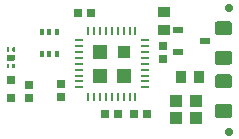
<source format=gtp>
G04 #@! TF.GenerationSoftware,KiCad,Pcbnew,5.0.0-rc3+dfsg1-2*
G04 #@! TF.CreationDate,2018-08-16T13:40:50+09:00*
G04 #@! TF.ProjectId,fst-01,6673742D30312E6B696361645F706362,rev?*
G04 #@! TF.SameCoordinates,PX791ddc0PY5e69114*
G04 #@! TF.FileFunction,Paste,Top*
G04 #@! TF.FilePolarity,Positive*
%FSLAX46Y46*%
G04 Gerber Fmt 4.6, Leading zero omitted, Abs format (unit mm)*
G04 Created by KiCad (PCBNEW 5.0.0-rc3+dfsg1-2) date Thu Aug 16 13:40:50 2018*
%MOMM*%
%LPD*%
G01*
G04 APERTURE LIST*
%ADD10C,0.150000*%
%ADD11C,1.200000*%
%ADD12C,0.700000*%
%ADD13C,0.500000*%
%ADD14C,0.220000*%
%ADD15R,0.900000X0.600000*%
%ADD16R,0.400000X0.500000*%
%ADD17R,1.100000X1.000000*%
%ADD18R,0.700000X0.700000*%
%ADD19R,0.280000X0.750000*%
%ADD20R,0.750000X0.280000*%
%ADD21R,1.200000X1.200000*%
%ADD22R,1.060200X1.060200*%
%ADD23R,0.698500X0.762000*%
%ADD24R,0.899160X1.000760*%
%ADD25R,0.762000X0.698500*%
%ADD26R,1.000760X0.899160*%
G04 APERTURE END LIST*
D10*
G04 #@! TO.C,J1*
G36*
X1229405Y-401445D02*
X1258527Y-405764D01*
X1287085Y-412918D01*
X1314805Y-422836D01*
X1341419Y-435424D01*
X1366671Y-450559D01*
X1390318Y-468097D01*
X1412132Y-487868D01*
X1431903Y-509682D01*
X1449441Y-533329D01*
X1464576Y-558581D01*
X1477164Y-585195D01*
X1487082Y-612915D01*
X1494236Y-641473D01*
X1498555Y-670595D01*
X1500000Y-700000D01*
X1500000Y-1300000D01*
X1498555Y-1329405D01*
X1494236Y-1358527D01*
X1487082Y-1387085D01*
X1477164Y-1414805D01*
X1464576Y-1441419D01*
X1449441Y-1466671D01*
X1431903Y-1490318D01*
X1412132Y-1512132D01*
X1390318Y-1531903D01*
X1366671Y-1549441D01*
X1341419Y-1564576D01*
X1314805Y-1577164D01*
X1287085Y-1587082D01*
X1258527Y-1594236D01*
X1229405Y-1598555D01*
X1200000Y-1600000D01*
X300000Y-1600000D01*
X270595Y-1598555D01*
X241473Y-1594236D01*
X212915Y-1587082D01*
X185195Y-1577164D01*
X158581Y-1564576D01*
X133329Y-1549441D01*
X109682Y-1531903D01*
X87868Y-1512132D01*
X68097Y-1490318D01*
X50559Y-1466671D01*
X35424Y-1441419D01*
X22836Y-1414805D01*
X12918Y-1387085D01*
X5764Y-1358527D01*
X1445Y-1329405D01*
X0Y-1300000D01*
X0Y-700000D01*
X1445Y-670595D01*
X5764Y-641473D01*
X12918Y-612915D01*
X22836Y-585195D01*
X35424Y-558581D01*
X50559Y-533329D01*
X68097Y-509682D01*
X87868Y-487868D01*
X109682Y-468097D01*
X133329Y-450559D01*
X158581Y-435424D01*
X185195Y-422836D01*
X212915Y-412918D01*
X241473Y-405764D01*
X270595Y-401445D01*
X300000Y-400000D01*
X1200000Y-400000D01*
X1229405Y-401445D01*
X1229405Y-401445D01*
G37*
D11*
X750000Y-1000000D03*
D10*
G36*
X1229405Y1598555D02*
X1258527Y1594236D01*
X1287085Y1587082D01*
X1314805Y1577164D01*
X1341419Y1564576D01*
X1366671Y1549441D01*
X1390318Y1531903D01*
X1412132Y1512132D01*
X1431903Y1490318D01*
X1449441Y1466671D01*
X1464576Y1441419D01*
X1477164Y1414805D01*
X1487082Y1387085D01*
X1494236Y1358527D01*
X1498555Y1329405D01*
X1500000Y1300000D01*
X1500000Y700000D01*
X1498555Y670595D01*
X1494236Y641473D01*
X1487082Y612915D01*
X1477164Y585195D01*
X1464576Y558581D01*
X1449441Y533329D01*
X1431903Y509682D01*
X1412132Y487868D01*
X1390318Y468097D01*
X1366671Y450559D01*
X1341419Y435424D01*
X1314805Y422836D01*
X1287085Y412918D01*
X1258527Y405764D01*
X1229405Y401445D01*
X1200000Y400000D01*
X300000Y400000D01*
X270595Y401445D01*
X241473Y405764D01*
X212915Y412918D01*
X185195Y422836D01*
X158581Y435424D01*
X133329Y450559D01*
X109682Y468097D01*
X87868Y487868D01*
X68097Y509682D01*
X50559Y533329D01*
X35424Y558581D01*
X22836Y585195D01*
X12918Y612915D01*
X5764Y641473D01*
X1445Y670595D01*
X0Y700000D01*
X0Y1300000D01*
X1445Y1329405D01*
X5764Y1358527D01*
X12918Y1387085D01*
X22836Y1414805D01*
X35424Y1441419D01*
X50559Y1466671D01*
X68097Y1490318D01*
X87868Y1512132D01*
X109682Y1531903D01*
X133329Y1549441D01*
X158581Y1564576D01*
X185195Y1577164D01*
X212915Y1587082D01*
X241473Y1594236D01*
X270595Y1598555D01*
X300000Y1600000D01*
X1200000Y1600000D01*
X1229405Y1598555D01*
X1229405Y1598555D01*
G37*
D11*
X750000Y1000000D03*
D10*
G36*
X1229405Y-2901445D02*
X1258527Y-2905764D01*
X1287085Y-2912918D01*
X1314805Y-2922836D01*
X1341419Y-2935424D01*
X1366671Y-2950559D01*
X1390318Y-2968097D01*
X1412132Y-2987868D01*
X1431903Y-3009682D01*
X1449441Y-3033329D01*
X1464576Y-3058581D01*
X1477164Y-3085195D01*
X1487082Y-3112915D01*
X1494236Y-3141473D01*
X1498555Y-3170595D01*
X1500000Y-3200000D01*
X1500000Y-3800000D01*
X1498555Y-3829405D01*
X1494236Y-3858527D01*
X1487082Y-3887085D01*
X1477164Y-3914805D01*
X1464576Y-3941419D01*
X1449441Y-3966671D01*
X1431903Y-3990318D01*
X1412132Y-4012132D01*
X1390318Y-4031903D01*
X1366671Y-4049441D01*
X1341419Y-4064576D01*
X1314805Y-4077164D01*
X1287085Y-4087082D01*
X1258527Y-4094236D01*
X1229405Y-4098555D01*
X1200000Y-4100000D01*
X300000Y-4100000D01*
X270595Y-4098555D01*
X241473Y-4094236D01*
X212915Y-4087082D01*
X185195Y-4077164D01*
X158581Y-4064576D01*
X133329Y-4049441D01*
X109682Y-4031903D01*
X87868Y-4012132D01*
X68097Y-3990318D01*
X50559Y-3966671D01*
X35424Y-3941419D01*
X22836Y-3914805D01*
X12918Y-3887085D01*
X5764Y-3858527D01*
X1445Y-3829405D01*
X0Y-3800000D01*
X0Y-3200000D01*
X1445Y-3170595D01*
X5764Y-3141473D01*
X12918Y-3112915D01*
X22836Y-3085195D01*
X35424Y-3058581D01*
X50559Y-3033329D01*
X68097Y-3009682D01*
X87868Y-2987868D01*
X109682Y-2968097D01*
X133329Y-2950559D01*
X158581Y-2935424D01*
X185195Y-2922836D01*
X212915Y-2912918D01*
X241473Y-2905764D01*
X270595Y-2901445D01*
X300000Y-2900000D01*
X1200000Y-2900000D01*
X1229405Y-2901445D01*
X1229405Y-2901445D01*
G37*
D11*
X750000Y-3500000D03*
D10*
G36*
X1229405Y4098675D02*
X1258527Y4094356D01*
X1287085Y4087202D01*
X1314805Y4077284D01*
X1341419Y4064696D01*
X1366671Y4049561D01*
X1390318Y4032023D01*
X1412132Y4012252D01*
X1431903Y3990438D01*
X1449441Y3966791D01*
X1464576Y3941539D01*
X1477164Y3914925D01*
X1487082Y3887205D01*
X1494236Y3858647D01*
X1498555Y3829525D01*
X1500000Y3800120D01*
X1500000Y3200120D01*
X1498555Y3170715D01*
X1494236Y3141593D01*
X1487082Y3113035D01*
X1477164Y3085315D01*
X1464576Y3058701D01*
X1449441Y3033449D01*
X1431903Y3009802D01*
X1412132Y2987988D01*
X1390318Y2968217D01*
X1366671Y2950679D01*
X1341419Y2935544D01*
X1314805Y2922956D01*
X1287085Y2913038D01*
X1258527Y2905884D01*
X1229405Y2901565D01*
X1200000Y2900120D01*
X300000Y2900120D01*
X270595Y2901565D01*
X241473Y2905884D01*
X212915Y2913038D01*
X185195Y2922956D01*
X158581Y2935544D01*
X133329Y2950679D01*
X109682Y2968217D01*
X87868Y2987988D01*
X68097Y3009802D01*
X50559Y3033449D01*
X35424Y3058701D01*
X22836Y3085315D01*
X12918Y3113035D01*
X5764Y3141593D01*
X1445Y3170715D01*
X0Y3200120D01*
X0Y3800120D01*
X1445Y3829525D01*
X5764Y3858647D01*
X12918Y3887205D01*
X22836Y3914925D01*
X35424Y3941539D01*
X50559Y3966791D01*
X68097Y3990438D01*
X87868Y4012252D01*
X109682Y4032023D01*
X133329Y4049561D01*
X158581Y4064696D01*
X185195Y4077284D01*
X212915Y4087202D01*
X241473Y4094356D01*
X270595Y4098675D01*
X300000Y4100120D01*
X1200000Y4100120D01*
X1229405Y4098675D01*
X1229405Y4098675D01*
G37*
D11*
X750000Y3500120D03*
D12*
X1200000Y-5250000D03*
X1200000Y5250000D03*
G04 #@! TD*
D10*
G04 #@! TO.C,U4*
G36*
X-17012748Y1249398D02*
X-17000614Y1247598D01*
X-16988714Y1244618D01*
X-16977165Y1240485D01*
X-16966075Y1235240D01*
X-16955554Y1228934D01*
X-16945701Y1221626D01*
X-16936612Y1213388D01*
X-16928374Y1204299D01*
X-16921066Y1194446D01*
X-16914760Y1183925D01*
X-16909515Y1172835D01*
X-16905382Y1161286D01*
X-16902402Y1149386D01*
X-16900602Y1137252D01*
X-16900000Y1125000D01*
X-16900000Y875000D01*
X-16900602Y862748D01*
X-16902402Y850614D01*
X-16905382Y838714D01*
X-16909515Y827165D01*
X-16914760Y816075D01*
X-16921066Y805554D01*
X-16928374Y795701D01*
X-16936612Y786612D01*
X-16945701Y778374D01*
X-16955554Y771066D01*
X-16966075Y764760D01*
X-16977165Y759515D01*
X-16988714Y755382D01*
X-17000614Y752402D01*
X-17012748Y750602D01*
X-17025000Y750000D01*
X-17475000Y750000D01*
X-17487252Y750602D01*
X-17499386Y752402D01*
X-17511286Y755382D01*
X-17522835Y759515D01*
X-17533925Y764760D01*
X-17544446Y771066D01*
X-17554299Y778374D01*
X-17563388Y786612D01*
X-17571626Y795701D01*
X-17578934Y805554D01*
X-17585240Y816075D01*
X-17590485Y827165D01*
X-17594618Y838714D01*
X-17597598Y850614D01*
X-17599398Y862748D01*
X-17600000Y875000D01*
X-17600000Y1125000D01*
X-17599398Y1137252D01*
X-17597598Y1149386D01*
X-17594618Y1161286D01*
X-17590485Y1172835D01*
X-17585240Y1183925D01*
X-17578934Y1194446D01*
X-17571626Y1204299D01*
X-17563388Y1213388D01*
X-17554299Y1221626D01*
X-17544446Y1228934D01*
X-17533925Y1235240D01*
X-17522835Y1240485D01*
X-17511286Y1244618D01*
X-17499386Y1247598D01*
X-17487252Y1249398D01*
X-17475000Y1250000D01*
X-17025000Y1250000D01*
X-17012748Y1249398D01*
X-17012748Y1249398D01*
G37*
D13*
X-17250000Y1000000D03*
D10*
G36*
X-17439609Y1899735D02*
X-17434270Y1898943D01*
X-17429034Y1897632D01*
X-17423952Y1895813D01*
X-17419073Y1893506D01*
X-17414444Y1890731D01*
X-17410108Y1887516D01*
X-17406109Y1883891D01*
X-17402484Y1879892D01*
X-17399269Y1875556D01*
X-17396494Y1870927D01*
X-17394187Y1866048D01*
X-17392368Y1860966D01*
X-17391057Y1855730D01*
X-17390265Y1850391D01*
X-17390000Y1845000D01*
X-17390000Y1555000D01*
X-17390265Y1549609D01*
X-17391057Y1544270D01*
X-17392368Y1539034D01*
X-17394187Y1533952D01*
X-17396494Y1529073D01*
X-17399269Y1524444D01*
X-17402484Y1520108D01*
X-17406109Y1516109D01*
X-17410108Y1512484D01*
X-17414444Y1509269D01*
X-17419073Y1506494D01*
X-17423952Y1504187D01*
X-17429034Y1502368D01*
X-17434270Y1501057D01*
X-17439609Y1500265D01*
X-17445000Y1500000D01*
X-17555000Y1500000D01*
X-17560391Y1500265D01*
X-17565730Y1501057D01*
X-17570966Y1502368D01*
X-17576048Y1504187D01*
X-17580927Y1506494D01*
X-17585556Y1509269D01*
X-17589892Y1512484D01*
X-17593891Y1516109D01*
X-17597516Y1520108D01*
X-17600731Y1524444D01*
X-17603506Y1529073D01*
X-17605813Y1533952D01*
X-17607632Y1539034D01*
X-17608943Y1544270D01*
X-17609735Y1549609D01*
X-17610000Y1555000D01*
X-17610000Y1845000D01*
X-17609735Y1850391D01*
X-17608943Y1855730D01*
X-17607632Y1860966D01*
X-17605813Y1866048D01*
X-17603506Y1870927D01*
X-17600731Y1875556D01*
X-17597516Y1879892D01*
X-17593891Y1883891D01*
X-17589892Y1887516D01*
X-17585556Y1890731D01*
X-17580927Y1893506D01*
X-17576048Y1895813D01*
X-17570966Y1897632D01*
X-17565730Y1898943D01*
X-17560391Y1899735D01*
X-17555000Y1900000D01*
X-17445000Y1900000D01*
X-17439609Y1899735D01*
X-17439609Y1899735D01*
G37*
D14*
X-17500000Y1700000D03*
D10*
G36*
X-16939609Y1899735D02*
X-16934270Y1898943D01*
X-16929034Y1897632D01*
X-16923952Y1895813D01*
X-16919073Y1893506D01*
X-16914444Y1890731D01*
X-16910108Y1887516D01*
X-16906109Y1883891D01*
X-16902484Y1879892D01*
X-16899269Y1875556D01*
X-16896494Y1870927D01*
X-16894187Y1866048D01*
X-16892368Y1860966D01*
X-16891057Y1855730D01*
X-16890265Y1850391D01*
X-16890000Y1845000D01*
X-16890000Y1555000D01*
X-16890265Y1549609D01*
X-16891057Y1544270D01*
X-16892368Y1539034D01*
X-16894187Y1533952D01*
X-16896494Y1529073D01*
X-16899269Y1524444D01*
X-16902484Y1520108D01*
X-16906109Y1516109D01*
X-16910108Y1512484D01*
X-16914444Y1509269D01*
X-16919073Y1506494D01*
X-16923952Y1504187D01*
X-16929034Y1502368D01*
X-16934270Y1501057D01*
X-16939609Y1500265D01*
X-16945000Y1500000D01*
X-17055000Y1500000D01*
X-17060391Y1500265D01*
X-17065730Y1501057D01*
X-17070966Y1502368D01*
X-17076048Y1504187D01*
X-17080927Y1506494D01*
X-17085556Y1509269D01*
X-17089892Y1512484D01*
X-17093891Y1516109D01*
X-17097516Y1520108D01*
X-17100731Y1524444D01*
X-17103506Y1529073D01*
X-17105813Y1533952D01*
X-17107632Y1539034D01*
X-17108943Y1544270D01*
X-17109735Y1549609D01*
X-17110000Y1555000D01*
X-17110000Y1845000D01*
X-17109735Y1850391D01*
X-17108943Y1855730D01*
X-17107632Y1860966D01*
X-17105813Y1866048D01*
X-17103506Y1870927D01*
X-17100731Y1875556D01*
X-17097516Y1879892D01*
X-17093891Y1883891D01*
X-17089892Y1887516D01*
X-17085556Y1890731D01*
X-17080927Y1893506D01*
X-17076048Y1895813D01*
X-17070966Y1897632D01*
X-17065730Y1898943D01*
X-17060391Y1899735D01*
X-17055000Y1900000D01*
X-16945000Y1900000D01*
X-16939609Y1899735D01*
X-16939609Y1899735D01*
G37*
D14*
X-17000000Y1700000D03*
D10*
G36*
X-17439609Y499735D02*
X-17434270Y498943D01*
X-17429034Y497632D01*
X-17423952Y495813D01*
X-17419073Y493506D01*
X-17414444Y490731D01*
X-17410108Y487516D01*
X-17406109Y483891D01*
X-17402484Y479892D01*
X-17399269Y475556D01*
X-17396494Y470927D01*
X-17394187Y466048D01*
X-17392368Y460966D01*
X-17391057Y455730D01*
X-17390265Y450391D01*
X-17390000Y445000D01*
X-17390000Y155000D01*
X-17390265Y149609D01*
X-17391057Y144270D01*
X-17392368Y139034D01*
X-17394187Y133952D01*
X-17396494Y129073D01*
X-17399269Y124444D01*
X-17402484Y120108D01*
X-17406109Y116109D01*
X-17410108Y112484D01*
X-17414444Y109269D01*
X-17419073Y106494D01*
X-17423952Y104187D01*
X-17429034Y102368D01*
X-17434270Y101057D01*
X-17439609Y100265D01*
X-17445000Y100000D01*
X-17555000Y100000D01*
X-17560391Y100265D01*
X-17565730Y101057D01*
X-17570966Y102368D01*
X-17576048Y104187D01*
X-17580927Y106494D01*
X-17585556Y109269D01*
X-17589892Y112484D01*
X-17593891Y116109D01*
X-17597516Y120108D01*
X-17600731Y124444D01*
X-17603506Y129073D01*
X-17605813Y133952D01*
X-17607632Y139034D01*
X-17608943Y144270D01*
X-17609735Y149609D01*
X-17610000Y155000D01*
X-17610000Y445000D01*
X-17609735Y450391D01*
X-17608943Y455730D01*
X-17607632Y460966D01*
X-17605813Y466048D01*
X-17603506Y470927D01*
X-17600731Y475556D01*
X-17597516Y479892D01*
X-17593891Y483891D01*
X-17589892Y487516D01*
X-17585556Y490731D01*
X-17580927Y493506D01*
X-17576048Y495813D01*
X-17570966Y497632D01*
X-17565730Y498943D01*
X-17560391Y499735D01*
X-17555000Y500000D01*
X-17445000Y500000D01*
X-17439609Y499735D01*
X-17439609Y499735D01*
G37*
D14*
X-17500000Y300000D03*
D10*
G36*
X-16939609Y499735D02*
X-16934270Y498943D01*
X-16929034Y497632D01*
X-16923952Y495813D01*
X-16919073Y493506D01*
X-16914444Y490731D01*
X-16910108Y487516D01*
X-16906109Y483891D01*
X-16902484Y479892D01*
X-16899269Y475556D01*
X-16896494Y470927D01*
X-16894187Y466048D01*
X-16892368Y460966D01*
X-16891057Y455730D01*
X-16890265Y450391D01*
X-16890000Y445000D01*
X-16890000Y155000D01*
X-16890265Y149609D01*
X-16891057Y144270D01*
X-16892368Y139034D01*
X-16894187Y133952D01*
X-16896494Y129073D01*
X-16899269Y124444D01*
X-16902484Y120108D01*
X-16906109Y116109D01*
X-16910108Y112484D01*
X-16914444Y109269D01*
X-16919073Y106494D01*
X-16923952Y104187D01*
X-16929034Y102368D01*
X-16934270Y101057D01*
X-16939609Y100265D01*
X-16945000Y100000D01*
X-17055000Y100000D01*
X-17060391Y100265D01*
X-17065730Y101057D01*
X-17070966Y102368D01*
X-17076048Y104187D01*
X-17080927Y106494D01*
X-17085556Y109269D01*
X-17089892Y112484D01*
X-17093891Y116109D01*
X-17097516Y120108D01*
X-17100731Y124444D01*
X-17103506Y129073D01*
X-17105813Y133952D01*
X-17107632Y139034D01*
X-17108943Y144270D01*
X-17109735Y149609D01*
X-17110000Y155000D01*
X-17110000Y445000D01*
X-17109735Y450391D01*
X-17108943Y455730D01*
X-17107632Y460966D01*
X-17105813Y466048D01*
X-17103506Y470927D01*
X-17100731Y475556D01*
X-17097516Y479892D01*
X-17093891Y483891D01*
X-17089892Y487516D01*
X-17085556Y490731D01*
X-17080927Y493506D01*
X-17076048Y495813D01*
X-17070966Y497632D01*
X-17065730Y498943D01*
X-17060391Y499735D01*
X-17055000Y500000D01*
X-16945000Y500000D01*
X-16939609Y499735D01*
X-16939609Y499735D01*
G37*
D14*
X-17000000Y300000D03*
G04 #@! TD*
D15*
G04 #@! TO.C,U2*
X-780000Y2440000D03*
X-3080000Y1490000D03*
X-3080000Y3390000D03*
G04 #@! TD*
D16*
G04 #@! TO.C,U3*
X-14650000Y3190000D03*
X-14000000Y3190000D03*
X-13350000Y3190000D03*
X-13350000Y1290000D03*
X-14000000Y1290000D03*
X-14650000Y1290000D03*
G04 #@! TD*
D17*
G04 #@! TO.C,X1*
X-3280000Y-2680000D03*
X-3280000Y-4080000D03*
X-1580000Y-4080000D03*
X-1580000Y-2680000D03*
G04 #@! TD*
D18*
G04 #@! TO.C,D1*
X-17250000Y-910000D03*
X-17250000Y-2410000D03*
G04 #@! TD*
D19*
G04 #@! TO.C,U1*
X-6700000Y-2285000D03*
X-7200000Y-2285000D03*
X-7700000Y-2285000D03*
X-8200000Y-2285000D03*
X-8700000Y-2285000D03*
X-9200000Y-2285000D03*
X-9700000Y-2285000D03*
X-10200000Y-2285000D03*
X-10700000Y-2285000D03*
D20*
X-11475000Y-1510000D03*
X-11475000Y-1010000D03*
X-11475000Y-510000D03*
X-11475000Y-10000D03*
X-11475000Y490000D03*
X-11475000Y990000D03*
X-11475000Y1490000D03*
X-11475000Y1990000D03*
X-11475000Y2490000D03*
D19*
X-10700000Y3265000D03*
X-10200000Y3265000D03*
X-9700000Y3265000D03*
X-9200000Y3265000D03*
X-8700000Y3265000D03*
X-8200000Y3265000D03*
X-7700000Y3265000D03*
X-7200000Y3265000D03*
X-6700000Y3265000D03*
D20*
X-5925000Y2490000D03*
X-5925000Y1990000D03*
X-5925000Y1490000D03*
X-5925000Y990000D03*
X-5925000Y490000D03*
X-5925000Y-10000D03*
X-5925000Y-510000D03*
X-5925000Y-1010000D03*
X-5925000Y-1510000D03*
D21*
X-7700000Y-510000D03*
X-9700000Y1490000D03*
X-9700000Y-510000D03*
D22*
X-7700000Y1490000D03*
G04 #@! TD*
D23*
G04 #@! TO.C,R1*
X-15750000Y-2408640D03*
X-15750000Y-1311360D03*
G04 #@! TD*
D24*
G04 #@! TO.C,C7*
X-2851840Y-660000D03*
X-1348160Y-660000D03*
G04 #@! TD*
D23*
G04 #@! TO.C,C1*
X-4400000Y2008640D03*
X-4400000Y911360D03*
G04 #@! TD*
D25*
G04 #@! TO.C,C2*
X-5751360Y-3760000D03*
X-6848640Y-3760000D03*
G04 #@! TD*
G04 #@! TO.C,C5*
X-11548640Y4790000D03*
X-10451360Y4790000D03*
G04 #@! TD*
D23*
G04 #@! TO.C,C4*
X-13000000Y-2328640D03*
X-13000000Y-1231360D03*
G04 #@! TD*
D25*
G04 #@! TO.C,C3*
X-8151360Y-3760000D03*
X-9248640Y-3760000D03*
G04 #@! TD*
D26*
G04 #@! TO.C,C6*
X-4250000Y4851840D03*
X-4250000Y3348160D03*
G04 #@! TD*
M02*

</source>
